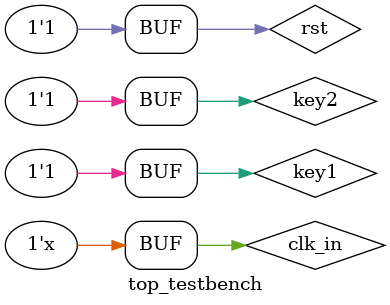
<source format=v>
`timescale 1ns / 1ns


module top_testbench;

	// Inputs
	reg clk_in;
	reg rst;

	// Outputs
	wire [7:0] r;
	wire [7:0] g;
	wire [7:0] b;
	wire v_sync;
	wire h_sync;
	wire de;
	wire clk_LCD;
	reg key1;
	reg key2;

	// Instantiate the Unit Under Test (UUT)
	top_LCD uut (
		.clk_in(clk_in), 
		.rst(rst),
		.key1(key1),
		.key2(key2),
		.r(r),
		.g(g),
		.b(b),
		.v_sync(v_sync), 
		.h_sync(h_sync), 
		.de(de), 
		.clk_LCD(clk_LCD)
	);

	initial begin
		// Initialize Inputs
		clk_in = 0;
		rst = 0;
		key1 = 1;
		key2 = 1;

		// Wait 100 ns for global reset to finish
		#10;
        
		rst = 1;
		#50;
		key1 = 0;
		#10000000;
		key1 = 1;
		#10000000;
		key1 = 0;
		#10000000;
		key1 = 1;
		// Add stimulus here

	end
      
	always
		#10 clk_in = ~clk_in;
	
endmodule


</source>
